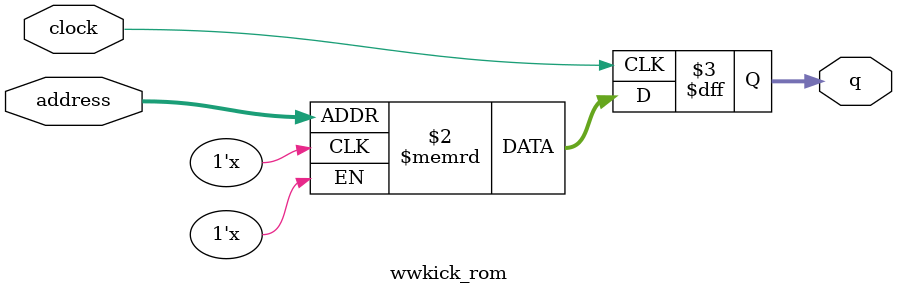
<source format=sv>
module wwkick_rom (
	input logic clock,
	input logic [11:0] address,
	output logic [3:0] q
);

logic [3:0] memory [0:4095] /* synthesis ram_init_file = "./wwkick/wwkick.mif" */;

always_ff @ (posedge clock) begin
	q <= memory[address];
end

endmodule

</source>
